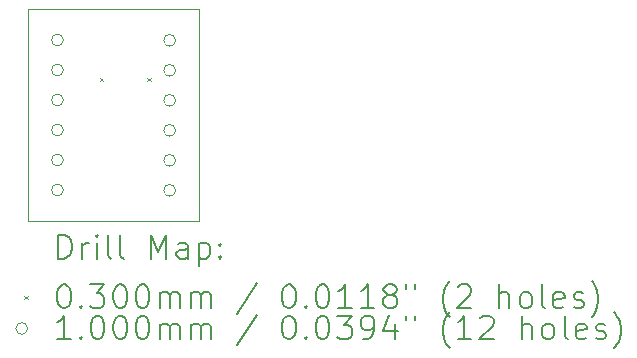
<source format=gbr>
%TF.GenerationSoftware,KiCad,Pcbnew,8.0.4-8.0.4-0~ubuntu24.04.1*%
%TF.CreationDate,2024-09-19T11:22:24+09:00*%
%TF.ProjectId,DRV8835,44525638-3833-4352-9e6b-696361645f70,rev?*%
%TF.SameCoordinates,Original*%
%TF.FileFunction,Drillmap*%
%TF.FilePolarity,Positive*%
%FSLAX45Y45*%
G04 Gerber Fmt 4.5, Leading zero omitted, Abs format (unit mm)*
G04 Created by KiCad (PCBNEW 8.0.4-8.0.4-0~ubuntu24.04.1) date 2024-09-19 11:22:24*
%MOMM*%
%LPD*%
G01*
G04 APERTURE LIST*
%ADD10C,0.050000*%
%ADD11C,0.200000*%
%ADD12C,0.100000*%
G04 APERTURE END LIST*
D10*
X15400000Y-6250000D02*
X16850000Y-6250000D01*
X16850000Y-8050000D01*
X15400000Y-8050000D01*
X15400000Y-6250000D01*
D11*
D12*
X16010000Y-6835000D02*
X16040000Y-6865000D01*
X16040000Y-6835000D02*
X16010000Y-6865000D01*
X16410000Y-6835000D02*
X16440000Y-6865000D01*
X16440000Y-6835000D02*
X16410000Y-6865000D01*
X15700000Y-6515000D02*
G75*
G02*
X15600000Y-6515000I-50000J0D01*
G01*
X15600000Y-6515000D02*
G75*
G02*
X15700000Y-6515000I50000J0D01*
G01*
X15700000Y-6769000D02*
G75*
G02*
X15600000Y-6769000I-50000J0D01*
G01*
X15600000Y-6769000D02*
G75*
G02*
X15700000Y-6769000I50000J0D01*
G01*
X15700000Y-7023000D02*
G75*
G02*
X15600000Y-7023000I-50000J0D01*
G01*
X15600000Y-7023000D02*
G75*
G02*
X15700000Y-7023000I50000J0D01*
G01*
X15700000Y-7277000D02*
G75*
G02*
X15600000Y-7277000I-50000J0D01*
G01*
X15600000Y-7277000D02*
G75*
G02*
X15700000Y-7277000I50000J0D01*
G01*
X15700000Y-7531000D02*
G75*
G02*
X15600000Y-7531000I-50000J0D01*
G01*
X15600000Y-7531000D02*
G75*
G02*
X15700000Y-7531000I50000J0D01*
G01*
X15700000Y-7785000D02*
G75*
G02*
X15600000Y-7785000I-50000J0D01*
G01*
X15600000Y-7785000D02*
G75*
G02*
X15700000Y-7785000I50000J0D01*
G01*
X16650000Y-6517000D02*
G75*
G02*
X16550000Y-6517000I-50000J0D01*
G01*
X16550000Y-6517000D02*
G75*
G02*
X16650000Y-6517000I50000J0D01*
G01*
X16650000Y-6771000D02*
G75*
G02*
X16550000Y-6771000I-50000J0D01*
G01*
X16550000Y-6771000D02*
G75*
G02*
X16650000Y-6771000I50000J0D01*
G01*
X16650000Y-7025000D02*
G75*
G02*
X16550000Y-7025000I-50000J0D01*
G01*
X16550000Y-7025000D02*
G75*
G02*
X16650000Y-7025000I50000J0D01*
G01*
X16650000Y-7279000D02*
G75*
G02*
X16550000Y-7279000I-50000J0D01*
G01*
X16550000Y-7279000D02*
G75*
G02*
X16650000Y-7279000I50000J0D01*
G01*
X16650000Y-7533000D02*
G75*
G02*
X16550000Y-7533000I-50000J0D01*
G01*
X16550000Y-7533000D02*
G75*
G02*
X16650000Y-7533000I50000J0D01*
G01*
X16650000Y-7787000D02*
G75*
G02*
X16550000Y-7787000I-50000J0D01*
G01*
X16550000Y-7787000D02*
G75*
G02*
X16650000Y-7787000I50000J0D01*
G01*
D11*
X15658277Y-8363984D02*
X15658277Y-8163984D01*
X15658277Y-8163984D02*
X15705896Y-8163984D01*
X15705896Y-8163984D02*
X15734467Y-8173508D01*
X15734467Y-8173508D02*
X15753515Y-8192555D01*
X15753515Y-8192555D02*
X15763039Y-8211603D01*
X15763039Y-8211603D02*
X15772562Y-8249698D01*
X15772562Y-8249698D02*
X15772562Y-8278269D01*
X15772562Y-8278269D02*
X15763039Y-8316365D01*
X15763039Y-8316365D02*
X15753515Y-8335412D01*
X15753515Y-8335412D02*
X15734467Y-8354460D01*
X15734467Y-8354460D02*
X15705896Y-8363984D01*
X15705896Y-8363984D02*
X15658277Y-8363984D01*
X15858277Y-8363984D02*
X15858277Y-8230650D01*
X15858277Y-8268746D02*
X15867801Y-8249698D01*
X15867801Y-8249698D02*
X15877324Y-8240174D01*
X15877324Y-8240174D02*
X15896372Y-8230650D01*
X15896372Y-8230650D02*
X15915420Y-8230650D01*
X15982086Y-8363984D02*
X15982086Y-8230650D01*
X15982086Y-8163984D02*
X15972562Y-8173508D01*
X15972562Y-8173508D02*
X15982086Y-8183031D01*
X15982086Y-8183031D02*
X15991610Y-8173508D01*
X15991610Y-8173508D02*
X15982086Y-8163984D01*
X15982086Y-8163984D02*
X15982086Y-8183031D01*
X16105896Y-8363984D02*
X16086848Y-8354460D01*
X16086848Y-8354460D02*
X16077324Y-8335412D01*
X16077324Y-8335412D02*
X16077324Y-8163984D01*
X16210658Y-8363984D02*
X16191610Y-8354460D01*
X16191610Y-8354460D02*
X16182086Y-8335412D01*
X16182086Y-8335412D02*
X16182086Y-8163984D01*
X16439229Y-8363984D02*
X16439229Y-8163984D01*
X16439229Y-8163984D02*
X16505896Y-8306841D01*
X16505896Y-8306841D02*
X16572562Y-8163984D01*
X16572562Y-8163984D02*
X16572562Y-8363984D01*
X16753515Y-8363984D02*
X16753515Y-8259222D01*
X16753515Y-8259222D02*
X16743991Y-8240174D01*
X16743991Y-8240174D02*
X16724943Y-8230650D01*
X16724943Y-8230650D02*
X16686848Y-8230650D01*
X16686848Y-8230650D02*
X16667801Y-8240174D01*
X16753515Y-8354460D02*
X16734467Y-8363984D01*
X16734467Y-8363984D02*
X16686848Y-8363984D01*
X16686848Y-8363984D02*
X16667801Y-8354460D01*
X16667801Y-8354460D02*
X16658277Y-8335412D01*
X16658277Y-8335412D02*
X16658277Y-8316365D01*
X16658277Y-8316365D02*
X16667801Y-8297317D01*
X16667801Y-8297317D02*
X16686848Y-8287793D01*
X16686848Y-8287793D02*
X16734467Y-8287793D01*
X16734467Y-8287793D02*
X16753515Y-8278269D01*
X16848753Y-8230650D02*
X16848753Y-8430650D01*
X16848753Y-8240174D02*
X16867801Y-8230650D01*
X16867801Y-8230650D02*
X16905896Y-8230650D01*
X16905896Y-8230650D02*
X16924944Y-8240174D01*
X16924944Y-8240174D02*
X16934467Y-8249698D01*
X16934467Y-8249698D02*
X16943991Y-8268746D01*
X16943991Y-8268746D02*
X16943991Y-8325888D01*
X16943991Y-8325888D02*
X16934467Y-8344936D01*
X16934467Y-8344936D02*
X16924944Y-8354460D01*
X16924944Y-8354460D02*
X16905896Y-8363984D01*
X16905896Y-8363984D02*
X16867801Y-8363984D01*
X16867801Y-8363984D02*
X16848753Y-8354460D01*
X17029705Y-8344936D02*
X17039229Y-8354460D01*
X17039229Y-8354460D02*
X17029705Y-8363984D01*
X17029705Y-8363984D02*
X17020182Y-8354460D01*
X17020182Y-8354460D02*
X17029705Y-8344936D01*
X17029705Y-8344936D02*
X17029705Y-8363984D01*
X17029705Y-8240174D02*
X17039229Y-8249698D01*
X17039229Y-8249698D02*
X17029705Y-8259222D01*
X17029705Y-8259222D02*
X17020182Y-8249698D01*
X17020182Y-8249698D02*
X17029705Y-8240174D01*
X17029705Y-8240174D02*
X17029705Y-8259222D01*
D12*
X15367500Y-8677500D02*
X15397500Y-8707500D01*
X15397500Y-8677500D02*
X15367500Y-8707500D01*
D11*
X15696372Y-8583984D02*
X15715420Y-8583984D01*
X15715420Y-8583984D02*
X15734467Y-8593508D01*
X15734467Y-8593508D02*
X15743991Y-8603031D01*
X15743991Y-8603031D02*
X15753515Y-8622079D01*
X15753515Y-8622079D02*
X15763039Y-8660174D01*
X15763039Y-8660174D02*
X15763039Y-8707793D01*
X15763039Y-8707793D02*
X15753515Y-8745889D01*
X15753515Y-8745889D02*
X15743991Y-8764936D01*
X15743991Y-8764936D02*
X15734467Y-8774460D01*
X15734467Y-8774460D02*
X15715420Y-8783984D01*
X15715420Y-8783984D02*
X15696372Y-8783984D01*
X15696372Y-8783984D02*
X15677324Y-8774460D01*
X15677324Y-8774460D02*
X15667801Y-8764936D01*
X15667801Y-8764936D02*
X15658277Y-8745889D01*
X15658277Y-8745889D02*
X15648753Y-8707793D01*
X15648753Y-8707793D02*
X15648753Y-8660174D01*
X15648753Y-8660174D02*
X15658277Y-8622079D01*
X15658277Y-8622079D02*
X15667801Y-8603031D01*
X15667801Y-8603031D02*
X15677324Y-8593508D01*
X15677324Y-8593508D02*
X15696372Y-8583984D01*
X15848753Y-8764936D02*
X15858277Y-8774460D01*
X15858277Y-8774460D02*
X15848753Y-8783984D01*
X15848753Y-8783984D02*
X15839229Y-8774460D01*
X15839229Y-8774460D02*
X15848753Y-8764936D01*
X15848753Y-8764936D02*
X15848753Y-8783984D01*
X15924943Y-8583984D02*
X16048753Y-8583984D01*
X16048753Y-8583984D02*
X15982086Y-8660174D01*
X15982086Y-8660174D02*
X16010658Y-8660174D01*
X16010658Y-8660174D02*
X16029705Y-8669698D01*
X16029705Y-8669698D02*
X16039229Y-8679222D01*
X16039229Y-8679222D02*
X16048753Y-8698270D01*
X16048753Y-8698270D02*
X16048753Y-8745889D01*
X16048753Y-8745889D02*
X16039229Y-8764936D01*
X16039229Y-8764936D02*
X16029705Y-8774460D01*
X16029705Y-8774460D02*
X16010658Y-8783984D01*
X16010658Y-8783984D02*
X15953515Y-8783984D01*
X15953515Y-8783984D02*
X15934467Y-8774460D01*
X15934467Y-8774460D02*
X15924943Y-8764936D01*
X16172562Y-8583984D02*
X16191610Y-8583984D01*
X16191610Y-8583984D02*
X16210658Y-8593508D01*
X16210658Y-8593508D02*
X16220182Y-8603031D01*
X16220182Y-8603031D02*
X16229705Y-8622079D01*
X16229705Y-8622079D02*
X16239229Y-8660174D01*
X16239229Y-8660174D02*
X16239229Y-8707793D01*
X16239229Y-8707793D02*
X16229705Y-8745889D01*
X16229705Y-8745889D02*
X16220182Y-8764936D01*
X16220182Y-8764936D02*
X16210658Y-8774460D01*
X16210658Y-8774460D02*
X16191610Y-8783984D01*
X16191610Y-8783984D02*
X16172562Y-8783984D01*
X16172562Y-8783984D02*
X16153515Y-8774460D01*
X16153515Y-8774460D02*
X16143991Y-8764936D01*
X16143991Y-8764936D02*
X16134467Y-8745889D01*
X16134467Y-8745889D02*
X16124943Y-8707793D01*
X16124943Y-8707793D02*
X16124943Y-8660174D01*
X16124943Y-8660174D02*
X16134467Y-8622079D01*
X16134467Y-8622079D02*
X16143991Y-8603031D01*
X16143991Y-8603031D02*
X16153515Y-8593508D01*
X16153515Y-8593508D02*
X16172562Y-8583984D01*
X16363039Y-8583984D02*
X16382086Y-8583984D01*
X16382086Y-8583984D02*
X16401134Y-8593508D01*
X16401134Y-8593508D02*
X16410658Y-8603031D01*
X16410658Y-8603031D02*
X16420182Y-8622079D01*
X16420182Y-8622079D02*
X16429705Y-8660174D01*
X16429705Y-8660174D02*
X16429705Y-8707793D01*
X16429705Y-8707793D02*
X16420182Y-8745889D01*
X16420182Y-8745889D02*
X16410658Y-8764936D01*
X16410658Y-8764936D02*
X16401134Y-8774460D01*
X16401134Y-8774460D02*
X16382086Y-8783984D01*
X16382086Y-8783984D02*
X16363039Y-8783984D01*
X16363039Y-8783984D02*
X16343991Y-8774460D01*
X16343991Y-8774460D02*
X16334467Y-8764936D01*
X16334467Y-8764936D02*
X16324943Y-8745889D01*
X16324943Y-8745889D02*
X16315420Y-8707793D01*
X16315420Y-8707793D02*
X16315420Y-8660174D01*
X16315420Y-8660174D02*
X16324943Y-8622079D01*
X16324943Y-8622079D02*
X16334467Y-8603031D01*
X16334467Y-8603031D02*
X16343991Y-8593508D01*
X16343991Y-8593508D02*
X16363039Y-8583984D01*
X16515420Y-8783984D02*
X16515420Y-8650650D01*
X16515420Y-8669698D02*
X16524943Y-8660174D01*
X16524943Y-8660174D02*
X16543991Y-8650650D01*
X16543991Y-8650650D02*
X16572563Y-8650650D01*
X16572563Y-8650650D02*
X16591610Y-8660174D01*
X16591610Y-8660174D02*
X16601134Y-8679222D01*
X16601134Y-8679222D02*
X16601134Y-8783984D01*
X16601134Y-8679222D02*
X16610658Y-8660174D01*
X16610658Y-8660174D02*
X16629705Y-8650650D01*
X16629705Y-8650650D02*
X16658277Y-8650650D01*
X16658277Y-8650650D02*
X16677324Y-8660174D01*
X16677324Y-8660174D02*
X16686848Y-8679222D01*
X16686848Y-8679222D02*
X16686848Y-8783984D01*
X16782086Y-8783984D02*
X16782086Y-8650650D01*
X16782086Y-8669698D02*
X16791610Y-8660174D01*
X16791610Y-8660174D02*
X16810658Y-8650650D01*
X16810658Y-8650650D02*
X16839229Y-8650650D01*
X16839229Y-8650650D02*
X16858277Y-8660174D01*
X16858277Y-8660174D02*
X16867801Y-8679222D01*
X16867801Y-8679222D02*
X16867801Y-8783984D01*
X16867801Y-8679222D02*
X16877325Y-8660174D01*
X16877325Y-8660174D02*
X16896372Y-8650650D01*
X16896372Y-8650650D02*
X16924944Y-8650650D01*
X16924944Y-8650650D02*
X16943991Y-8660174D01*
X16943991Y-8660174D02*
X16953515Y-8679222D01*
X16953515Y-8679222D02*
X16953515Y-8783984D01*
X17343991Y-8574460D02*
X17172563Y-8831603D01*
X17601134Y-8583984D02*
X17620182Y-8583984D01*
X17620182Y-8583984D02*
X17639229Y-8593508D01*
X17639229Y-8593508D02*
X17648753Y-8603031D01*
X17648753Y-8603031D02*
X17658277Y-8622079D01*
X17658277Y-8622079D02*
X17667801Y-8660174D01*
X17667801Y-8660174D02*
X17667801Y-8707793D01*
X17667801Y-8707793D02*
X17658277Y-8745889D01*
X17658277Y-8745889D02*
X17648753Y-8764936D01*
X17648753Y-8764936D02*
X17639229Y-8774460D01*
X17639229Y-8774460D02*
X17620182Y-8783984D01*
X17620182Y-8783984D02*
X17601134Y-8783984D01*
X17601134Y-8783984D02*
X17582087Y-8774460D01*
X17582087Y-8774460D02*
X17572563Y-8764936D01*
X17572563Y-8764936D02*
X17563039Y-8745889D01*
X17563039Y-8745889D02*
X17553515Y-8707793D01*
X17553515Y-8707793D02*
X17553515Y-8660174D01*
X17553515Y-8660174D02*
X17563039Y-8622079D01*
X17563039Y-8622079D02*
X17572563Y-8603031D01*
X17572563Y-8603031D02*
X17582087Y-8593508D01*
X17582087Y-8593508D02*
X17601134Y-8583984D01*
X17753515Y-8764936D02*
X17763039Y-8774460D01*
X17763039Y-8774460D02*
X17753515Y-8783984D01*
X17753515Y-8783984D02*
X17743991Y-8774460D01*
X17743991Y-8774460D02*
X17753515Y-8764936D01*
X17753515Y-8764936D02*
X17753515Y-8783984D01*
X17886848Y-8583984D02*
X17905896Y-8583984D01*
X17905896Y-8583984D02*
X17924944Y-8593508D01*
X17924944Y-8593508D02*
X17934468Y-8603031D01*
X17934468Y-8603031D02*
X17943991Y-8622079D01*
X17943991Y-8622079D02*
X17953515Y-8660174D01*
X17953515Y-8660174D02*
X17953515Y-8707793D01*
X17953515Y-8707793D02*
X17943991Y-8745889D01*
X17943991Y-8745889D02*
X17934468Y-8764936D01*
X17934468Y-8764936D02*
X17924944Y-8774460D01*
X17924944Y-8774460D02*
X17905896Y-8783984D01*
X17905896Y-8783984D02*
X17886848Y-8783984D01*
X17886848Y-8783984D02*
X17867801Y-8774460D01*
X17867801Y-8774460D02*
X17858277Y-8764936D01*
X17858277Y-8764936D02*
X17848753Y-8745889D01*
X17848753Y-8745889D02*
X17839229Y-8707793D01*
X17839229Y-8707793D02*
X17839229Y-8660174D01*
X17839229Y-8660174D02*
X17848753Y-8622079D01*
X17848753Y-8622079D02*
X17858277Y-8603031D01*
X17858277Y-8603031D02*
X17867801Y-8593508D01*
X17867801Y-8593508D02*
X17886848Y-8583984D01*
X18143991Y-8783984D02*
X18029706Y-8783984D01*
X18086848Y-8783984D02*
X18086848Y-8583984D01*
X18086848Y-8583984D02*
X18067801Y-8612555D01*
X18067801Y-8612555D02*
X18048753Y-8631603D01*
X18048753Y-8631603D02*
X18029706Y-8641127D01*
X18334468Y-8783984D02*
X18220182Y-8783984D01*
X18277325Y-8783984D02*
X18277325Y-8583984D01*
X18277325Y-8583984D02*
X18258277Y-8612555D01*
X18258277Y-8612555D02*
X18239229Y-8631603D01*
X18239229Y-8631603D02*
X18220182Y-8641127D01*
X18448753Y-8669698D02*
X18429706Y-8660174D01*
X18429706Y-8660174D02*
X18420182Y-8650650D01*
X18420182Y-8650650D02*
X18410658Y-8631603D01*
X18410658Y-8631603D02*
X18410658Y-8622079D01*
X18410658Y-8622079D02*
X18420182Y-8603031D01*
X18420182Y-8603031D02*
X18429706Y-8593508D01*
X18429706Y-8593508D02*
X18448753Y-8583984D01*
X18448753Y-8583984D02*
X18486849Y-8583984D01*
X18486849Y-8583984D02*
X18505896Y-8593508D01*
X18505896Y-8593508D02*
X18515420Y-8603031D01*
X18515420Y-8603031D02*
X18524944Y-8622079D01*
X18524944Y-8622079D02*
X18524944Y-8631603D01*
X18524944Y-8631603D02*
X18515420Y-8650650D01*
X18515420Y-8650650D02*
X18505896Y-8660174D01*
X18505896Y-8660174D02*
X18486849Y-8669698D01*
X18486849Y-8669698D02*
X18448753Y-8669698D01*
X18448753Y-8669698D02*
X18429706Y-8679222D01*
X18429706Y-8679222D02*
X18420182Y-8688746D01*
X18420182Y-8688746D02*
X18410658Y-8707793D01*
X18410658Y-8707793D02*
X18410658Y-8745889D01*
X18410658Y-8745889D02*
X18420182Y-8764936D01*
X18420182Y-8764936D02*
X18429706Y-8774460D01*
X18429706Y-8774460D02*
X18448753Y-8783984D01*
X18448753Y-8783984D02*
X18486849Y-8783984D01*
X18486849Y-8783984D02*
X18505896Y-8774460D01*
X18505896Y-8774460D02*
X18515420Y-8764936D01*
X18515420Y-8764936D02*
X18524944Y-8745889D01*
X18524944Y-8745889D02*
X18524944Y-8707793D01*
X18524944Y-8707793D02*
X18515420Y-8688746D01*
X18515420Y-8688746D02*
X18505896Y-8679222D01*
X18505896Y-8679222D02*
X18486849Y-8669698D01*
X18601134Y-8583984D02*
X18601134Y-8622079D01*
X18677325Y-8583984D02*
X18677325Y-8622079D01*
X18972563Y-8860174D02*
X18963039Y-8850650D01*
X18963039Y-8850650D02*
X18943991Y-8822079D01*
X18943991Y-8822079D02*
X18934468Y-8803031D01*
X18934468Y-8803031D02*
X18924944Y-8774460D01*
X18924944Y-8774460D02*
X18915420Y-8726841D01*
X18915420Y-8726841D02*
X18915420Y-8688746D01*
X18915420Y-8688746D02*
X18924944Y-8641127D01*
X18924944Y-8641127D02*
X18934468Y-8612555D01*
X18934468Y-8612555D02*
X18943991Y-8593508D01*
X18943991Y-8593508D02*
X18963039Y-8564936D01*
X18963039Y-8564936D02*
X18972563Y-8555412D01*
X19039230Y-8603031D02*
X19048753Y-8593508D01*
X19048753Y-8593508D02*
X19067801Y-8583984D01*
X19067801Y-8583984D02*
X19115420Y-8583984D01*
X19115420Y-8583984D02*
X19134468Y-8593508D01*
X19134468Y-8593508D02*
X19143991Y-8603031D01*
X19143991Y-8603031D02*
X19153515Y-8622079D01*
X19153515Y-8622079D02*
X19153515Y-8641127D01*
X19153515Y-8641127D02*
X19143991Y-8669698D01*
X19143991Y-8669698D02*
X19029706Y-8783984D01*
X19029706Y-8783984D02*
X19153515Y-8783984D01*
X19391611Y-8783984D02*
X19391611Y-8583984D01*
X19477325Y-8783984D02*
X19477325Y-8679222D01*
X19477325Y-8679222D02*
X19467801Y-8660174D01*
X19467801Y-8660174D02*
X19448753Y-8650650D01*
X19448753Y-8650650D02*
X19420182Y-8650650D01*
X19420182Y-8650650D02*
X19401134Y-8660174D01*
X19401134Y-8660174D02*
X19391611Y-8669698D01*
X19601134Y-8783984D02*
X19582087Y-8774460D01*
X19582087Y-8774460D02*
X19572563Y-8764936D01*
X19572563Y-8764936D02*
X19563039Y-8745889D01*
X19563039Y-8745889D02*
X19563039Y-8688746D01*
X19563039Y-8688746D02*
X19572563Y-8669698D01*
X19572563Y-8669698D02*
X19582087Y-8660174D01*
X19582087Y-8660174D02*
X19601134Y-8650650D01*
X19601134Y-8650650D02*
X19629706Y-8650650D01*
X19629706Y-8650650D02*
X19648753Y-8660174D01*
X19648753Y-8660174D02*
X19658277Y-8669698D01*
X19658277Y-8669698D02*
X19667801Y-8688746D01*
X19667801Y-8688746D02*
X19667801Y-8745889D01*
X19667801Y-8745889D02*
X19658277Y-8764936D01*
X19658277Y-8764936D02*
X19648753Y-8774460D01*
X19648753Y-8774460D02*
X19629706Y-8783984D01*
X19629706Y-8783984D02*
X19601134Y-8783984D01*
X19782087Y-8783984D02*
X19763039Y-8774460D01*
X19763039Y-8774460D02*
X19753515Y-8755412D01*
X19753515Y-8755412D02*
X19753515Y-8583984D01*
X19934468Y-8774460D02*
X19915420Y-8783984D01*
X19915420Y-8783984D02*
X19877325Y-8783984D01*
X19877325Y-8783984D02*
X19858277Y-8774460D01*
X19858277Y-8774460D02*
X19848753Y-8755412D01*
X19848753Y-8755412D02*
X19848753Y-8679222D01*
X19848753Y-8679222D02*
X19858277Y-8660174D01*
X19858277Y-8660174D02*
X19877325Y-8650650D01*
X19877325Y-8650650D02*
X19915420Y-8650650D01*
X19915420Y-8650650D02*
X19934468Y-8660174D01*
X19934468Y-8660174D02*
X19943992Y-8679222D01*
X19943992Y-8679222D02*
X19943992Y-8698270D01*
X19943992Y-8698270D02*
X19848753Y-8717317D01*
X20020182Y-8774460D02*
X20039230Y-8783984D01*
X20039230Y-8783984D02*
X20077325Y-8783984D01*
X20077325Y-8783984D02*
X20096373Y-8774460D01*
X20096373Y-8774460D02*
X20105896Y-8755412D01*
X20105896Y-8755412D02*
X20105896Y-8745889D01*
X20105896Y-8745889D02*
X20096373Y-8726841D01*
X20096373Y-8726841D02*
X20077325Y-8717317D01*
X20077325Y-8717317D02*
X20048753Y-8717317D01*
X20048753Y-8717317D02*
X20029706Y-8707793D01*
X20029706Y-8707793D02*
X20020182Y-8688746D01*
X20020182Y-8688746D02*
X20020182Y-8679222D01*
X20020182Y-8679222D02*
X20029706Y-8660174D01*
X20029706Y-8660174D02*
X20048753Y-8650650D01*
X20048753Y-8650650D02*
X20077325Y-8650650D01*
X20077325Y-8650650D02*
X20096373Y-8660174D01*
X20172563Y-8860174D02*
X20182087Y-8850650D01*
X20182087Y-8850650D02*
X20201134Y-8822079D01*
X20201134Y-8822079D02*
X20210658Y-8803031D01*
X20210658Y-8803031D02*
X20220182Y-8774460D01*
X20220182Y-8774460D02*
X20229706Y-8726841D01*
X20229706Y-8726841D02*
X20229706Y-8688746D01*
X20229706Y-8688746D02*
X20220182Y-8641127D01*
X20220182Y-8641127D02*
X20210658Y-8612555D01*
X20210658Y-8612555D02*
X20201134Y-8593508D01*
X20201134Y-8593508D02*
X20182087Y-8564936D01*
X20182087Y-8564936D02*
X20172563Y-8555412D01*
D12*
X15397500Y-8956500D02*
G75*
G02*
X15297500Y-8956500I-50000J0D01*
G01*
X15297500Y-8956500D02*
G75*
G02*
X15397500Y-8956500I50000J0D01*
G01*
D11*
X15763039Y-9047984D02*
X15648753Y-9047984D01*
X15705896Y-9047984D02*
X15705896Y-8847984D01*
X15705896Y-8847984D02*
X15686848Y-8876555D01*
X15686848Y-8876555D02*
X15667801Y-8895603D01*
X15667801Y-8895603D02*
X15648753Y-8905127D01*
X15848753Y-9028936D02*
X15858277Y-9038460D01*
X15858277Y-9038460D02*
X15848753Y-9047984D01*
X15848753Y-9047984D02*
X15839229Y-9038460D01*
X15839229Y-9038460D02*
X15848753Y-9028936D01*
X15848753Y-9028936D02*
X15848753Y-9047984D01*
X15982086Y-8847984D02*
X16001134Y-8847984D01*
X16001134Y-8847984D02*
X16020182Y-8857508D01*
X16020182Y-8857508D02*
X16029705Y-8867031D01*
X16029705Y-8867031D02*
X16039229Y-8886079D01*
X16039229Y-8886079D02*
X16048753Y-8924174D01*
X16048753Y-8924174D02*
X16048753Y-8971793D01*
X16048753Y-8971793D02*
X16039229Y-9009889D01*
X16039229Y-9009889D02*
X16029705Y-9028936D01*
X16029705Y-9028936D02*
X16020182Y-9038460D01*
X16020182Y-9038460D02*
X16001134Y-9047984D01*
X16001134Y-9047984D02*
X15982086Y-9047984D01*
X15982086Y-9047984D02*
X15963039Y-9038460D01*
X15963039Y-9038460D02*
X15953515Y-9028936D01*
X15953515Y-9028936D02*
X15943991Y-9009889D01*
X15943991Y-9009889D02*
X15934467Y-8971793D01*
X15934467Y-8971793D02*
X15934467Y-8924174D01*
X15934467Y-8924174D02*
X15943991Y-8886079D01*
X15943991Y-8886079D02*
X15953515Y-8867031D01*
X15953515Y-8867031D02*
X15963039Y-8857508D01*
X15963039Y-8857508D02*
X15982086Y-8847984D01*
X16172562Y-8847984D02*
X16191610Y-8847984D01*
X16191610Y-8847984D02*
X16210658Y-8857508D01*
X16210658Y-8857508D02*
X16220182Y-8867031D01*
X16220182Y-8867031D02*
X16229705Y-8886079D01*
X16229705Y-8886079D02*
X16239229Y-8924174D01*
X16239229Y-8924174D02*
X16239229Y-8971793D01*
X16239229Y-8971793D02*
X16229705Y-9009889D01*
X16229705Y-9009889D02*
X16220182Y-9028936D01*
X16220182Y-9028936D02*
X16210658Y-9038460D01*
X16210658Y-9038460D02*
X16191610Y-9047984D01*
X16191610Y-9047984D02*
X16172562Y-9047984D01*
X16172562Y-9047984D02*
X16153515Y-9038460D01*
X16153515Y-9038460D02*
X16143991Y-9028936D01*
X16143991Y-9028936D02*
X16134467Y-9009889D01*
X16134467Y-9009889D02*
X16124943Y-8971793D01*
X16124943Y-8971793D02*
X16124943Y-8924174D01*
X16124943Y-8924174D02*
X16134467Y-8886079D01*
X16134467Y-8886079D02*
X16143991Y-8867031D01*
X16143991Y-8867031D02*
X16153515Y-8857508D01*
X16153515Y-8857508D02*
X16172562Y-8847984D01*
X16363039Y-8847984D02*
X16382086Y-8847984D01*
X16382086Y-8847984D02*
X16401134Y-8857508D01*
X16401134Y-8857508D02*
X16410658Y-8867031D01*
X16410658Y-8867031D02*
X16420182Y-8886079D01*
X16420182Y-8886079D02*
X16429705Y-8924174D01*
X16429705Y-8924174D02*
X16429705Y-8971793D01*
X16429705Y-8971793D02*
X16420182Y-9009889D01*
X16420182Y-9009889D02*
X16410658Y-9028936D01*
X16410658Y-9028936D02*
X16401134Y-9038460D01*
X16401134Y-9038460D02*
X16382086Y-9047984D01*
X16382086Y-9047984D02*
X16363039Y-9047984D01*
X16363039Y-9047984D02*
X16343991Y-9038460D01*
X16343991Y-9038460D02*
X16334467Y-9028936D01*
X16334467Y-9028936D02*
X16324943Y-9009889D01*
X16324943Y-9009889D02*
X16315420Y-8971793D01*
X16315420Y-8971793D02*
X16315420Y-8924174D01*
X16315420Y-8924174D02*
X16324943Y-8886079D01*
X16324943Y-8886079D02*
X16334467Y-8867031D01*
X16334467Y-8867031D02*
X16343991Y-8857508D01*
X16343991Y-8857508D02*
X16363039Y-8847984D01*
X16515420Y-9047984D02*
X16515420Y-8914650D01*
X16515420Y-8933698D02*
X16524943Y-8924174D01*
X16524943Y-8924174D02*
X16543991Y-8914650D01*
X16543991Y-8914650D02*
X16572563Y-8914650D01*
X16572563Y-8914650D02*
X16591610Y-8924174D01*
X16591610Y-8924174D02*
X16601134Y-8943222D01*
X16601134Y-8943222D02*
X16601134Y-9047984D01*
X16601134Y-8943222D02*
X16610658Y-8924174D01*
X16610658Y-8924174D02*
X16629705Y-8914650D01*
X16629705Y-8914650D02*
X16658277Y-8914650D01*
X16658277Y-8914650D02*
X16677324Y-8924174D01*
X16677324Y-8924174D02*
X16686848Y-8943222D01*
X16686848Y-8943222D02*
X16686848Y-9047984D01*
X16782086Y-9047984D02*
X16782086Y-8914650D01*
X16782086Y-8933698D02*
X16791610Y-8924174D01*
X16791610Y-8924174D02*
X16810658Y-8914650D01*
X16810658Y-8914650D02*
X16839229Y-8914650D01*
X16839229Y-8914650D02*
X16858277Y-8924174D01*
X16858277Y-8924174D02*
X16867801Y-8943222D01*
X16867801Y-8943222D02*
X16867801Y-9047984D01*
X16867801Y-8943222D02*
X16877325Y-8924174D01*
X16877325Y-8924174D02*
X16896372Y-8914650D01*
X16896372Y-8914650D02*
X16924944Y-8914650D01*
X16924944Y-8914650D02*
X16943991Y-8924174D01*
X16943991Y-8924174D02*
X16953515Y-8943222D01*
X16953515Y-8943222D02*
X16953515Y-9047984D01*
X17343991Y-8838460D02*
X17172563Y-9095603D01*
X17601134Y-8847984D02*
X17620182Y-8847984D01*
X17620182Y-8847984D02*
X17639229Y-8857508D01*
X17639229Y-8857508D02*
X17648753Y-8867031D01*
X17648753Y-8867031D02*
X17658277Y-8886079D01*
X17658277Y-8886079D02*
X17667801Y-8924174D01*
X17667801Y-8924174D02*
X17667801Y-8971793D01*
X17667801Y-8971793D02*
X17658277Y-9009889D01*
X17658277Y-9009889D02*
X17648753Y-9028936D01*
X17648753Y-9028936D02*
X17639229Y-9038460D01*
X17639229Y-9038460D02*
X17620182Y-9047984D01*
X17620182Y-9047984D02*
X17601134Y-9047984D01*
X17601134Y-9047984D02*
X17582087Y-9038460D01*
X17582087Y-9038460D02*
X17572563Y-9028936D01*
X17572563Y-9028936D02*
X17563039Y-9009889D01*
X17563039Y-9009889D02*
X17553515Y-8971793D01*
X17553515Y-8971793D02*
X17553515Y-8924174D01*
X17553515Y-8924174D02*
X17563039Y-8886079D01*
X17563039Y-8886079D02*
X17572563Y-8867031D01*
X17572563Y-8867031D02*
X17582087Y-8857508D01*
X17582087Y-8857508D02*
X17601134Y-8847984D01*
X17753515Y-9028936D02*
X17763039Y-9038460D01*
X17763039Y-9038460D02*
X17753515Y-9047984D01*
X17753515Y-9047984D02*
X17743991Y-9038460D01*
X17743991Y-9038460D02*
X17753515Y-9028936D01*
X17753515Y-9028936D02*
X17753515Y-9047984D01*
X17886848Y-8847984D02*
X17905896Y-8847984D01*
X17905896Y-8847984D02*
X17924944Y-8857508D01*
X17924944Y-8857508D02*
X17934468Y-8867031D01*
X17934468Y-8867031D02*
X17943991Y-8886079D01*
X17943991Y-8886079D02*
X17953515Y-8924174D01*
X17953515Y-8924174D02*
X17953515Y-8971793D01*
X17953515Y-8971793D02*
X17943991Y-9009889D01*
X17943991Y-9009889D02*
X17934468Y-9028936D01*
X17934468Y-9028936D02*
X17924944Y-9038460D01*
X17924944Y-9038460D02*
X17905896Y-9047984D01*
X17905896Y-9047984D02*
X17886848Y-9047984D01*
X17886848Y-9047984D02*
X17867801Y-9038460D01*
X17867801Y-9038460D02*
X17858277Y-9028936D01*
X17858277Y-9028936D02*
X17848753Y-9009889D01*
X17848753Y-9009889D02*
X17839229Y-8971793D01*
X17839229Y-8971793D02*
X17839229Y-8924174D01*
X17839229Y-8924174D02*
X17848753Y-8886079D01*
X17848753Y-8886079D02*
X17858277Y-8867031D01*
X17858277Y-8867031D02*
X17867801Y-8857508D01*
X17867801Y-8857508D02*
X17886848Y-8847984D01*
X18020182Y-8847984D02*
X18143991Y-8847984D01*
X18143991Y-8847984D02*
X18077325Y-8924174D01*
X18077325Y-8924174D02*
X18105896Y-8924174D01*
X18105896Y-8924174D02*
X18124944Y-8933698D01*
X18124944Y-8933698D02*
X18134468Y-8943222D01*
X18134468Y-8943222D02*
X18143991Y-8962270D01*
X18143991Y-8962270D02*
X18143991Y-9009889D01*
X18143991Y-9009889D02*
X18134468Y-9028936D01*
X18134468Y-9028936D02*
X18124944Y-9038460D01*
X18124944Y-9038460D02*
X18105896Y-9047984D01*
X18105896Y-9047984D02*
X18048753Y-9047984D01*
X18048753Y-9047984D02*
X18029706Y-9038460D01*
X18029706Y-9038460D02*
X18020182Y-9028936D01*
X18239229Y-9047984D02*
X18277325Y-9047984D01*
X18277325Y-9047984D02*
X18296372Y-9038460D01*
X18296372Y-9038460D02*
X18305896Y-9028936D01*
X18305896Y-9028936D02*
X18324944Y-9000365D01*
X18324944Y-9000365D02*
X18334468Y-8962270D01*
X18334468Y-8962270D02*
X18334468Y-8886079D01*
X18334468Y-8886079D02*
X18324944Y-8867031D01*
X18324944Y-8867031D02*
X18315420Y-8857508D01*
X18315420Y-8857508D02*
X18296372Y-8847984D01*
X18296372Y-8847984D02*
X18258277Y-8847984D01*
X18258277Y-8847984D02*
X18239229Y-8857508D01*
X18239229Y-8857508D02*
X18229706Y-8867031D01*
X18229706Y-8867031D02*
X18220182Y-8886079D01*
X18220182Y-8886079D02*
X18220182Y-8933698D01*
X18220182Y-8933698D02*
X18229706Y-8952746D01*
X18229706Y-8952746D02*
X18239229Y-8962270D01*
X18239229Y-8962270D02*
X18258277Y-8971793D01*
X18258277Y-8971793D02*
X18296372Y-8971793D01*
X18296372Y-8971793D02*
X18315420Y-8962270D01*
X18315420Y-8962270D02*
X18324944Y-8952746D01*
X18324944Y-8952746D02*
X18334468Y-8933698D01*
X18505896Y-8914650D02*
X18505896Y-9047984D01*
X18458277Y-8838460D02*
X18410658Y-8981317D01*
X18410658Y-8981317D02*
X18534468Y-8981317D01*
X18601134Y-8847984D02*
X18601134Y-8886079D01*
X18677325Y-8847984D02*
X18677325Y-8886079D01*
X18972563Y-9124174D02*
X18963039Y-9114650D01*
X18963039Y-9114650D02*
X18943991Y-9086079D01*
X18943991Y-9086079D02*
X18934468Y-9067031D01*
X18934468Y-9067031D02*
X18924944Y-9038460D01*
X18924944Y-9038460D02*
X18915420Y-8990841D01*
X18915420Y-8990841D02*
X18915420Y-8952746D01*
X18915420Y-8952746D02*
X18924944Y-8905127D01*
X18924944Y-8905127D02*
X18934468Y-8876555D01*
X18934468Y-8876555D02*
X18943991Y-8857508D01*
X18943991Y-8857508D02*
X18963039Y-8828936D01*
X18963039Y-8828936D02*
X18972563Y-8819412D01*
X19153515Y-9047984D02*
X19039230Y-9047984D01*
X19096372Y-9047984D02*
X19096372Y-8847984D01*
X19096372Y-8847984D02*
X19077325Y-8876555D01*
X19077325Y-8876555D02*
X19058277Y-8895603D01*
X19058277Y-8895603D02*
X19039230Y-8905127D01*
X19229706Y-8867031D02*
X19239230Y-8857508D01*
X19239230Y-8857508D02*
X19258277Y-8847984D01*
X19258277Y-8847984D02*
X19305896Y-8847984D01*
X19305896Y-8847984D02*
X19324944Y-8857508D01*
X19324944Y-8857508D02*
X19334468Y-8867031D01*
X19334468Y-8867031D02*
X19343991Y-8886079D01*
X19343991Y-8886079D02*
X19343991Y-8905127D01*
X19343991Y-8905127D02*
X19334468Y-8933698D01*
X19334468Y-8933698D02*
X19220182Y-9047984D01*
X19220182Y-9047984D02*
X19343991Y-9047984D01*
X19582087Y-9047984D02*
X19582087Y-8847984D01*
X19667801Y-9047984D02*
X19667801Y-8943222D01*
X19667801Y-8943222D02*
X19658277Y-8924174D01*
X19658277Y-8924174D02*
X19639230Y-8914650D01*
X19639230Y-8914650D02*
X19610658Y-8914650D01*
X19610658Y-8914650D02*
X19591611Y-8924174D01*
X19591611Y-8924174D02*
X19582087Y-8933698D01*
X19791611Y-9047984D02*
X19772563Y-9038460D01*
X19772563Y-9038460D02*
X19763039Y-9028936D01*
X19763039Y-9028936D02*
X19753515Y-9009889D01*
X19753515Y-9009889D02*
X19753515Y-8952746D01*
X19753515Y-8952746D02*
X19763039Y-8933698D01*
X19763039Y-8933698D02*
X19772563Y-8924174D01*
X19772563Y-8924174D02*
X19791611Y-8914650D01*
X19791611Y-8914650D02*
X19820182Y-8914650D01*
X19820182Y-8914650D02*
X19839230Y-8924174D01*
X19839230Y-8924174D02*
X19848753Y-8933698D01*
X19848753Y-8933698D02*
X19858277Y-8952746D01*
X19858277Y-8952746D02*
X19858277Y-9009889D01*
X19858277Y-9009889D02*
X19848753Y-9028936D01*
X19848753Y-9028936D02*
X19839230Y-9038460D01*
X19839230Y-9038460D02*
X19820182Y-9047984D01*
X19820182Y-9047984D02*
X19791611Y-9047984D01*
X19972563Y-9047984D02*
X19953515Y-9038460D01*
X19953515Y-9038460D02*
X19943992Y-9019412D01*
X19943992Y-9019412D02*
X19943992Y-8847984D01*
X20124944Y-9038460D02*
X20105896Y-9047984D01*
X20105896Y-9047984D02*
X20067801Y-9047984D01*
X20067801Y-9047984D02*
X20048753Y-9038460D01*
X20048753Y-9038460D02*
X20039230Y-9019412D01*
X20039230Y-9019412D02*
X20039230Y-8943222D01*
X20039230Y-8943222D02*
X20048753Y-8924174D01*
X20048753Y-8924174D02*
X20067801Y-8914650D01*
X20067801Y-8914650D02*
X20105896Y-8914650D01*
X20105896Y-8914650D02*
X20124944Y-8924174D01*
X20124944Y-8924174D02*
X20134468Y-8943222D01*
X20134468Y-8943222D02*
X20134468Y-8962270D01*
X20134468Y-8962270D02*
X20039230Y-8981317D01*
X20210658Y-9038460D02*
X20229706Y-9047984D01*
X20229706Y-9047984D02*
X20267801Y-9047984D01*
X20267801Y-9047984D02*
X20286849Y-9038460D01*
X20286849Y-9038460D02*
X20296373Y-9019412D01*
X20296373Y-9019412D02*
X20296373Y-9009889D01*
X20296373Y-9009889D02*
X20286849Y-8990841D01*
X20286849Y-8990841D02*
X20267801Y-8981317D01*
X20267801Y-8981317D02*
X20239230Y-8981317D01*
X20239230Y-8981317D02*
X20220182Y-8971793D01*
X20220182Y-8971793D02*
X20210658Y-8952746D01*
X20210658Y-8952746D02*
X20210658Y-8943222D01*
X20210658Y-8943222D02*
X20220182Y-8924174D01*
X20220182Y-8924174D02*
X20239230Y-8914650D01*
X20239230Y-8914650D02*
X20267801Y-8914650D01*
X20267801Y-8914650D02*
X20286849Y-8924174D01*
X20363039Y-9124174D02*
X20372563Y-9114650D01*
X20372563Y-9114650D02*
X20391611Y-9086079D01*
X20391611Y-9086079D02*
X20401134Y-9067031D01*
X20401134Y-9067031D02*
X20410658Y-9038460D01*
X20410658Y-9038460D02*
X20420182Y-8990841D01*
X20420182Y-8990841D02*
X20420182Y-8952746D01*
X20420182Y-8952746D02*
X20410658Y-8905127D01*
X20410658Y-8905127D02*
X20401134Y-8876555D01*
X20401134Y-8876555D02*
X20391611Y-8857508D01*
X20391611Y-8857508D02*
X20372563Y-8828936D01*
X20372563Y-8828936D02*
X20363039Y-8819412D01*
M02*

</source>
